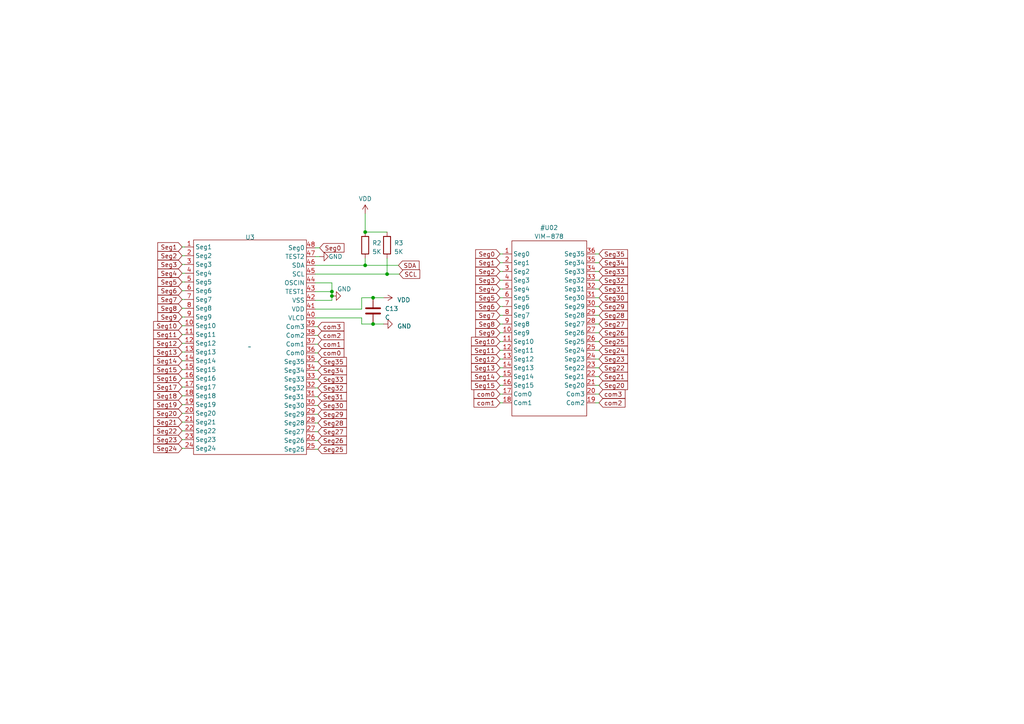
<source format=kicad_sch>
(kicad_sch (version 20230121) (generator eeschema)
  (paper "A4")
  (title_block (title "LCD connection") (date "2023-03-21") (rev "1.0"))
  (lib_symbols
    (symbol "Custom_Eric:BU91797MUF-ME2"
      (property "Reference" "U" (at 0 0 0))
      (symbol "BU91797MUF-ME2_0_1"
        (rectangle (start -16.256 30.988) (end 16.51 -31.242))
      )
      (symbol "BU91797MUF-ME2_1_1"
        (pin input line (at -18.796 28.956 0) (length 2.54) (name "Seg1") (number "1"))
        (pin input line (at -18.796 6.096 0) (length 2.54) (name "Seg10") (number "10"))
        (pin input line (at -18.796 3.556 0) (length 2.54) (name "Seg11") (number "11"))
        (pin input line (at -18.796 1.016 0) (length 2.54) (name "Seg12") (number "12"))
        (pin input line (at -18.796 -1.524 0) (length 2.54) (name "Seg13") (number "13"))
        (pin input line (at -18.796 -4.064 0) (length 2.54) (name "Seg14") (number "14"))
        (pin input line (at -18.796 -6.604 0) (length 2.54) (name "Seg15") (number "15"))
        (pin input line (at -18.796 -9.144 0) (length 2.54) (name "Seg16") (number "16"))
        (pin input line (at -18.796 -11.684 0) (length 2.54) (name "Seg17") (number "17"))
        (pin input line (at -18.796 -14.224 0) (length 2.54) (name "Seg18") (number "18"))
        (pin input line (at -18.796 -16.764 0) (length 2.54) (name "Seg19") (number "19"))
        (pin input line (at -18.796 26.416 0) (length 2.54) (name "Seg2") (number "2"))
        (pin input line (at -18.796 -19.304 0) (length 2.54) (name "Seg20") (number "20"))
        (pin input line (at -18.796 -21.844 0) (length 2.54) (name "Seg21") (number "21"))
        (pin input line (at -18.796 -24.384 0) (length 2.54) (name "Seg22") (number "22"))
        (pin input line (at -18.796 -26.924 0) (length 2.54) (name "Seg23") (number "23"))
        (pin input line (at -18.796 -29.464 0) (length 2.54) (name "Seg24") (number "24"))
        (pin input line (at 19.05 -29.718 180) (length 2.54) (name "Seg25") (number "25"))
        (pin input line (at 19.05 -27.178 180) (length 2.54) (name "Seg26") (number "26"))
        (pin input line (at 19.05 -24.638 180) (length 2.54) (name "Seg27") (number "27"))
        (pin input line (at 19.05 -22.098 180) (length 2.54) (name "Seg28") (number "28"))
        (pin input line (at 19.05 -19.558 180) (length 2.54) (name "Seg29") (number "29"))
        (pin input line (at -18.796 23.876 0) (length 2.54) (name "Seg3") (number "3"))
        (pin input line (at 19.05 -17.018 180) (length 2.54) (name "Seg30") (number "30"))
        (pin input line (at 19.05 -14.478 180) (length 2.54) (name "Seg31") (number "31"))
        (pin input line (at 19.05 -11.938 180) (length 2.54) (name "Seg32") (number "32"))
        (pin input line (at 19.05 -9.398 180) (length 2.54) (name "Seg33") (number "33"))
        (pin input line (at 19.05 -6.858 180) (length 2.54) (name "Seg34") (number "34"))
        (pin input line (at 19.05 -4.318 180) (length 2.54) (name "Seg35") (number "35"))
        (pin input line (at 19.05 -1.778 180) (length 2.54) (name "Com0") (number "36"))
        (pin input line (at 19.05 0.762 180) (length 2.54) (name "Com1") (number "37"))
        (pin input line (at 19.05 3.302 180) (length 2.54) (name "Com2") (number "38"))
        (pin input line (at 19.05 5.842 180) (length 2.54) (name "Com3") (number "39"))
        (pin input line (at -18.796 21.336 0) (length 2.54) (name "Seg4") (number "4"))
        (pin power_out line (at 19.05 8.382 180) (length 2.54) (name "VLCD") (number "40"))
        (pin power_in line (at 19.05 10.922 180) (length 2.54) (name "VDD") (number "41"))
        (pin power_in line (at 19.05 13.462 180) (length 2.54) (name "VSS") (number "42"))
        (pin input line (at 19.05 16.002 180) (length 2.54) (name "TEST1") (number "43"))
        (pin input line (at 19.05 18.542 180) (length 2.54) (name "OSCIN") (number "44"))
        (pin input line (at 19.05 21.082 180) (length 2.54) (name "SCL") (number "45"))
        (pin input line (at 19.05 23.622 180) (length 2.54) (name "SDA") (number "46"))
        (pin input line (at 19.05 26.162 180) (length 2.54) (name "TEST2") (number "47"))
        (pin input line (at 19.05 28.702 180) (length 2.54) (name "Seg0") (number "48"))
        (pin input line (at -18.796 18.796 0) (length 2.54) (name "Seg5") (number "5"))
        (pin input line (at -18.796 16.256 0) (length 2.54) (name "Seg6") (number "6"))
        (pin input line (at -18.796 13.716 0) (length 2.54) (name "Seg7") (number "7"))
        (pin input line (at -18.796 11.176 0) (length 2.54) (name "Seg8") (number "8"))
        (pin input line (at -18.796 8.636 0) (length 2.54) (name "Seg9") (number "9"))
      )
    )
    (symbol "Custom_Eric:VIM-878" (power) (in_bom no) (on_board no)
      (property "Reference" "U" (at 0 -3.048 0))
      (property "Value" "VIM-878" (at 0 0 0))
      (symbol "VIM-878_0_1"
        (rectangle (start -25.4 10.16) (end 25.4 -11.557))
      )
      (symbol "VIM-878_1_1"
        (pin input line (at -21.59 -14.224 90) (length 2.54) (name "Seg0") (number "1"))
        (pin input line (at 1.27 -14.224 90) (length 2.54) (name "Seg9") (number "10"))
        (pin input line (at 3.81 -14.224 90) (length 2.54) (name "Seg10") (number "11"))
        (pin input line (at 6.35 -14.224 90) (length 2.54) (name "Seg11") (number "12"))
        (pin input line (at 8.89 -14.224 90) (length 2.54) (name "Seg12") (number "13"))
        (pin input line (at 11.43 -14.224 90) (length 2.54) (name "Seg13") (number "14"))
        (pin input line (at 13.97 -14.224 90) (length 2.54) (name "Seg14") (number "15"))
        (pin input line (at 16.51 -14.224 90) (length 2.54) (name "Seg15") (number "16"))
        (pin input line (at 19.05 -14.224 90) (length 2.54) (name "Com0") (number "17"))
        (pin input line (at 21.59 -14.224 90) (length 2.54) (name "Com1") (number "18"))
        (pin input line (at 21.59 12.7 270) (length 2.54) (name "Com2") (number "19"))
        (pin input line (at -19.05 -14.224 90) (length 2.54) (name "Seg1") (number "2"))
        (pin input line (at 19.05 12.7 270) (length 2.54) (name "Com3") (number "20"))
        (pin input line (at 16.51 12.7 270) (length 2.54) (name "Seg20") (number "21"))
        (pin input line (at 13.97 12.7 270) (length 2.54) (name "Seg21") (number "22"))
        (pin input line (at 11.43 12.7 270) (length 2.54) (name "Seg22") (number "23"))
        (pin input line (at 8.89 12.7 270) (length 2.54) (name "Seg23") (number "24"))
        (pin input line (at 6.35 12.7 270) (length 2.54) (name "Seg24") (number "25"))
        (pin input line (at 3.81 12.7 270) (length 2.54) (name "Seg25") (number "26"))
        (pin input line (at 1.27 12.7 270) (length 2.54) (name "Seg26") (number "27"))
        (pin input line (at -1.27 12.7 270) (length 2.54) (name "Seg27") (number "28"))
        (pin input line (at -3.81 12.7 270) (length 2.54) (name "Seg28") (number "29"))
        (pin input line (at -16.51 -14.224 90) (length 2.54) (name "Seg2") (number "3"))
        (pin input line (at -6.35 12.7 270) (length 2.54) (name "Seg29") (number "30"))
        (pin input line (at -8.89 12.7 270) (length 2.54) (name "Seg30") (number "31"))
        (pin input line (at -11.43 12.7 270) (length 2.54) (name "Seg31") (number "32"))
        (pin input line (at -13.97 12.7 270) (length 2.54) (name "Seg32") (number "33"))
        (pin input line (at -16.51 12.7 270) (length 2.54) (name "Seg33") (number "34"))
        (pin input line (at -19.05 12.7 270) (length 2.54) (name "Seg34") (number "35"))
        (pin input line (at -21.59 12.7 270) (length 2.54) (name "Seg35") (number "36"))
        (pin input line (at -13.97 -14.224 90) (length 2.54) (name "Seg3") (number "4"))
        (pin input line (at -11.43 -14.224 90) (length 2.54) (name "Seg4") (number "5"))
        (pin input line (at -8.89 -14.224 90) (length 2.54) (name "Seg5") (number "6"))
        (pin input line (at -6.35 -14.224 90) (length 2.54) (name "Seg6") (number "7"))
        (pin input line (at -3.81 -14.224 90) (length 2.54) (name "Seg7") (number "8"))
        (pin input line (at -1.27 -14.224 90) (length 2.54) (name "Seg8") (number "9"))
      )
    )
    (symbol "Device:C" (pin_numbers hide) (pin_names (offset 0.254))
      (property "Reference" "C" (at 0.635 2.54 0))
      (property "Value" "C" (at 0.635 -2.54 0))
      (symbol "C_0_1"
        (polyline (pts (xy -2.032 -0.762) (xy 2.032 -0.762)) (stroke (width 0.508)))
        (polyline (pts (xy -2.032 0.762) (xy 2.032 0.762)) (stroke (width 0.508)))
      )
      (symbol "C_1_1"
        (pin passive line (at 0 3.81 270) (length 2.794) (name "~") (number "1"))
        (pin passive line (at 0 -3.81 90) (length 2.794) (name "~") (number "2"))
      )
    )
    (symbol "Device:R" (pin_numbers hide) (pin_names (offset 0))
      (property "Reference" "R" (at 2.032 0 90))
      (property "Value" "R" (at 0 0 90))
      (symbol "R_0_1"
        (rectangle (start -1.016 -2.54) (end 1.016 2.54) (stroke (width 0.254)))
      )
      (symbol "R_1_1"
        (pin passive line (at 0 3.81 270) (length 1.27) (name "~") (number "1"))
        (pin passive line (at 0 -3.81 90) (length 1.27) (name "~") (number "2"))
      )
    )
    (symbol "power:GND" (power) (pin_names (offset 0))
      (property "Value" "GND" (at 0 -3.81 0))
      (symbol "GND_0_1"
        (polyline (pts (xy 0 0) (xy 0 -1.27) (xy 1.27 -1.27) (xy 0 -2.54) (xy -1.27 -1.27) (xy 0 -1.27)))
      )
      (symbol "GND_1_1"
        (pin power_in line (at 0 0 270) (length 0) hide (name "GND") (number "1"))
      )
    )
    (symbol "power:VDD" (power) (pin_names (offset 0))
      (property "Value" "VDD" (at 0 3.81 0))
      (symbol "VDD_0_1"
        (polyline (pts (xy -0.762 1.27) (xy 0 2.54)))
        (polyline (pts (xy 0 0) (xy 0 2.54)))
        (polyline (pts (xy 0 2.54) (xy 0.762 1.27)))
      )
      (symbol "VDD_1_1"
        (pin power_in line (at 0 0 90) (length 0) hide (name "VDD") (number "1"))
      )
    )
  )
  (junction (at 108.204 86.36))
  (junction (at 105.918 67.31))
  (junction (at 96.266 85.852))
  (junction (at 96.266 84.582))
  (junction (at 108.204 93.98))
  (junction (at 112.268 79.502))
  (junction (at 105.918 76.962))
  (wire (pts (xy 172.72 91.44) (xy 173.736 91.44)))
  (wire (pts (xy 52.832 107.188) (xy 53.594 107.188)))
  (wire (pts (xy 91.44 97.282) (xy 92.202 97.282)))
  (wire (pts (xy 91.44 109.982) (xy 92.202 109.982)))
  (wire (pts (xy 91.44 89.662) (xy 104.902 89.662)))
  (wire (pts (xy 52.832 114.808) (xy 53.594 114.808)))
  (wire (pts (xy 172.72 76.2) (xy 173.736 76.2)))
  (wire (pts (xy 172.72 116.84) (xy 173.736 116.84)))
  (wire (pts (xy 172.72 114.3) (xy 173.736 114.3)))
  (wire (pts (xy 91.44 120.142) (xy 92.202 120.142)))
  (wire (pts (xy 104.902 89.662) (xy 104.902 86.36)))
  (wire (pts (xy 52.832 86.868) (xy 53.594 86.868)))
  (wire (pts (xy 112.268 74.93) (xy 112.268 79.502)))
  (wire (pts (xy 115.57 76.962) (xy 105.918 76.962)))
  (wire (pts (xy 52.832 124.968) (xy 53.594 124.968)))
  (wire (pts (xy 52.832 79.248) (xy 53.594 79.248)))
  (wire (pts (xy 145.034 76.2) (xy 145.796 76.2)))
  (wire (pts (xy 52.832 117.348) (xy 53.594 117.348)))
  (wire (pts (xy 172.72 93.98) (xy 173.736 93.98)))
  (wire (pts (xy 145.034 114.3) (xy 145.796 114.3)))
  (wire (pts (xy 91.44 112.522) (xy 92.202 112.522)))
  (wire (pts (xy 91.44 115.062) (xy 92.202 115.062)))
  (wire (pts (xy 52.832 91.948) (xy 53.594 91.948)))
  (wire (pts (xy 145.034 111.76) (xy 145.796 111.76)))
  (wire (pts (xy 91.44 107.442) (xy 92.202 107.442)))
  (wire (pts (xy 145.034 101.6) (xy 145.796 101.6)))
  (wire (pts (xy 91.44 125.222) (xy 92.202 125.222)))
  (wire (pts (xy 145.034 88.9) (xy 145.796 88.9)))
  (wire (pts (xy 172.72 81.28) (xy 173.736 81.28)))
  (wire (pts (xy 172.72 96.52) (xy 173.736 96.52)))
  (wire (pts (xy 108.204 86.36) (xy 111.252 86.36)))
  (wire (pts (xy 52.832 102.108) (xy 53.594 102.108)))
  (wire (pts (xy 52.832 94.488) (xy 53.594 94.488)))
  (wire (pts (xy 172.72 101.6) (xy 173.736 101.6)))
  (wire (pts (xy 91.44 92.202) (xy 104.902 92.202)))
  (wire (pts (xy 172.72 73.66) (xy 173.736 73.66)))
  (wire (pts (xy 172.72 86.36) (xy 173.736 86.36)))
  (wire (pts (xy 52.832 104.648) (xy 53.594 104.648)))
  (wire (pts (xy 172.72 88.9) (xy 173.736 88.9)))
  (wire (pts (xy 145.034 93.98) (xy 145.796 93.98)))
  (wire (pts (xy 96.266 82.042) (xy 96.266 84.582)))
  (wire (pts (xy 52.832 109.728) (xy 53.594 109.728)))
  (wire (pts (xy 91.44 122.682) (xy 92.202 122.682)))
  (wire (pts (xy 172.72 83.82) (xy 173.736 83.82)))
  (wire (pts (xy 145.034 109.22) (xy 145.796 109.22)))
  (wire (pts (xy 91.44 99.822) (xy 92.202 99.822)))
  (wire (pts (xy 96.266 85.852) (xy 96.266 84.582)))
  (wire (pts (xy 145.034 116.84) (xy 145.796 116.84)))
  (wire (pts (xy 145.034 99.06) (xy 145.796 99.06)))
  (wire (pts (xy 52.832 99.568) (xy 53.594 99.568)))
  (wire (pts (xy 52.832 127.508) (xy 53.594 127.508)))
  (wire (pts (xy 52.832 112.268) (xy 53.594 112.268)))
  (wire (pts (xy 104.902 93.98) (xy 108.204 93.98)))
  (wire (pts (xy 172.72 109.22) (xy 173.736 109.22)))
  (wire (pts (xy 105.918 74.93) (xy 105.918 76.962)))
  (wire (pts (xy 145.034 78.74) (xy 145.796 78.74)))
  (wire (pts (xy 91.44 84.582) (xy 96.266 84.582)))
  (wire (pts (xy 52.832 74.168) (xy 53.594 74.168)))
  (wire (pts (xy 52.832 97.028) (xy 53.594 97.028)))
  (wire (pts (xy 145.034 81.28) (xy 145.796 81.28)))
  (wire (pts (xy 52.832 122.428) (xy 53.594 122.428)))
  (wire (pts (xy 105.918 61.976) (xy 105.918 67.31)))
  (wire (pts (xy 91.44 79.502) (xy 112.268 79.502)))
  (wire (pts (xy 105.918 67.31) (xy 112.268 67.31)))
  (wire (pts (xy 91.44 94.742) (xy 92.202 94.742)))
  (wire (pts (xy 104.902 86.36) (xy 108.204 86.36)))
  (wire (pts (xy 172.72 106.68) (xy 173.736 106.68)))
  (wire (pts (xy 108.204 93.98) (xy 111.252 93.98)))
  (wire (pts (xy 52.832 81.788) (xy 53.594 81.788)))
  (wire (pts (xy 172.72 99.06) (xy 173.736 99.06)))
  (wire (pts (xy 91.44 117.602) (xy 92.202 117.602)))
  (wire (pts (xy 91.44 102.362) (xy 92.202 102.362)))
  (wire (pts (xy 52.832 84.328) (xy 53.594 84.328)))
  (wire (pts (xy 52.832 76.708) (xy 53.594 76.708)))
  (wire (pts (xy 91.44 82.042) (xy 96.266 82.042)))
  (wire (pts (xy 172.72 104.14) (xy 173.736 104.14)))
  (wire (pts (xy 91.44 130.302) (xy 92.202 130.302)))
  (wire (pts (xy 52.832 119.888) (xy 53.594 119.888)))
  (wire (pts (xy 112.268 79.502) (xy 115.824 79.502)))
  (wire (pts (xy 96.266 87.122) (xy 96.266 85.852)))
  (wire (pts (xy 145.034 83.82) (xy 145.796 83.82)))
  (wire (pts (xy 172.72 78.74) (xy 173.736 78.74)))
  (wire (pts (xy 145.034 104.14) (xy 145.796 104.14)))
  (wire (pts (xy 52.832 130.048) (xy 53.594 130.048)))
  (wire (pts (xy 172.72 111.76) (xy 173.736 111.76)))
  (wire (pts (xy 145.034 96.52) (xy 145.796 96.52)))
  (wire (pts (xy 105.918 76.962) (xy 91.44 76.962)))
  (wire (pts (xy 91.44 87.122) (xy 96.266 87.122)))
  (wire (pts (xy 145.034 106.68) (xy 145.796 106.68)))
  (wire (pts (xy 91.44 104.902) (xy 92.202 104.902)))
  (wire (pts (xy 145.034 73.66) (xy 145.796 73.66)))
  (wire (pts (xy 145.034 86.36) (xy 145.796 86.36)))
  (wire (pts (xy 52.832 89.408) (xy 53.594 89.408)))
  (wire (pts (xy 91.44 127.762) (xy 92.202 127.762)))
  (wire (pts (xy 91.44 71.882) (xy 92.71 71.882)))
  (wire (pts (xy 104.902 92.202) (xy 104.902 93.98)))
  (wire (pts (xy 52.832 71.628) (xy 53.594 71.628)))
  (wire (pts (xy 145.034 91.44) (xy 145.796 91.44)))
  (wire (pts (xy 91.44 74.422) (xy 92.71 74.422)))
  (global_label "Seg22" (shape input) (at 173.736 106.68 0) (property "Intersheetrefs" "${INTERSHEET_REFS}" (effects hide)))
  (global_label "com3" (shape input) (at 173.736 114.3 0) (property "Intersheetrefs" "${INTERSHEET_REFS}" (effects hide)))
  (global_label "Seg28" (shape input) (at 173.736 91.44 0) (property "Intersheetrefs" "${INTERSHEET_REFS}" (effects hide)))
  (global_label "Seg26" (shape input) (at 92.202 127.762 0) (property "Intersheetrefs" "${INTERSHEET_REFS}" (effects hide)))
  (global_label "Seg26" (shape input) (at 173.736 96.52 0) (property "Intersheetrefs" "${INTERSHEET_REFS}" (effects hide)))
  (global_label "Seg13" (shape input) (at 52.832 102.108 180) (property "Intersheetrefs" "${INTERSHEET_REFS}" (effects hide)))
  (global_label "Seg21" (shape input) (at 52.832 122.428 180) (property "Intersheetrefs" "${INTERSHEET_REFS}" (effects hide)))
  (global_label "Seg2" (shape input) (at 52.832 74.168 180) (property "Intersheetrefs" "${INTERSHEET_REFS}" (effects hide)))
  (global_label "Seg10" (shape input) (at 145.034 99.06 180) (property "Intersheetrefs" "${INTERSHEET_REFS}" (effects hide)))
  (global_label "SDA" (shape input) (at 115.57 76.962 0) (property "Intersheetrefs" "${INTERSHEET_REFS}" (effects hide)))
  (global_label "Seg32" (shape input) (at 173.736 81.28 0) (property "Intersheetrefs" "${INTERSHEET_REFS}" (effects hide)))
  (global_label "Seg7" (shape input) (at 52.832 86.868 180) (property "Intersheetrefs" "${INTERSHEET_REFS}" (effects hide)))
  (global_label "Seg20" (shape input) (at 52.832 119.888 180) (property "Intersheetrefs" "${INTERSHEET_REFS}" (effects hide)))
  (global_label "Seg33" (shape input) (at 173.736 78.74 0) (property "Intersheetrefs" "${INTERSHEET_REFS}" (effects hide)))
  (global_label "Seg9" (shape input) (at 52.832 91.948 180) (property "Intersheetrefs" "${INTERSHEET_REFS}" (effects hide)))
  (global_label "Seg8" (shape input) (at 52.832 89.408 180) (property "Intersheetrefs" "${INTERSHEET_REFS}" (effects hide)))
  (global_label "Seg5" (shape input) (at 52.832 81.788 180) (property "Intersheetrefs" "${INTERSHEET_REFS}" (effects hide)))
  (global_label "Seg33" (shape input) (at 92.202 109.982 0) (property "Intersheetrefs" "${INTERSHEET_REFS}" (effects hide)))
  (global_label "Seg14" (shape input) (at 52.832 104.648 180) (property "Intersheetrefs" "${INTERSHEET_REFS}" (effects hide)))
  (global_label "Seg12" (shape input) (at 52.832 99.568 180) (property "Intersheetrefs" "${INTERSHEET_REFS}" (effects hide)))
  (global_label "Seg27" (shape input) (at 173.736 93.98 0) (property "Intersheetrefs" "${INTERSHEET_REFS}" (effects hide)))
  (global_label "Seg15" (shape input) (at 52.832 107.188 180) (property "Intersheetrefs" "${INTERSHEET_REFS}" (effects hide)))
  (global_label "Seg25" (shape input) (at 173.736 99.06 0) (property "Intersheetrefs" "${INTERSHEET_REFS}" (effects hide)))
  (global_label "com0" (shape input) (at 92.202 102.362 0) (property "Intersheetrefs" "${INTERSHEET_REFS}" (effects hide)))
  (global_label "Seg35" (shape input) (at 92.202 104.902 0) (property "Intersheetrefs" "${INTERSHEET_REFS}" (effects hide)))
  (global_label "Seg35" (shape input) (at 173.736 73.66 0) (property "Intersheetrefs" "${INTERSHEET_REFS}" (effects hide)))
  (global_label "Seg18" (shape input) (at 52.832 114.808 180) (property "Intersheetrefs" "${INTERSHEET_REFS}" (effects hide)))
  (global_label "Seg0" (shape input) (at 145.034 73.66 180) (property "Intersheetrefs" "${INTERSHEET_REFS}" (effects hide)))
  (global_label "com1" (shape input) (at 92.202 99.822 0) (property "Intersheetrefs" "${INTERSHEET_REFS}" (effects hide)))
  (global_label "Seg19" (shape input) (at 52.832 117.348 180) (property "Intersheetrefs" "${INTERSHEET_REFS}" (effects hide)))
  (global_label "Seg14" (shape input) (at 145.034 109.22 180) (property "Intersheetrefs" "${INTERSHEET_REFS}" (effects hide)))
  (global_label "Seg1" (shape input) (at 52.832 71.628 180) (property "Intersheetrefs" "${INTERSHEET_REFS}" (effects hide)))
  (global_label "com2" (shape input) (at 92.202 97.282 0) (property "Intersheetrefs" "${INTERSHEET_REFS}" (effects hide)))
  (global_label "Seg27" (shape input) (at 92.202 125.222 0) (property "Intersheetrefs" "${INTERSHEET_REFS}" (effects hide)))
  (global_label "Seg30" (shape input) (at 173.736 86.36 0) (property "Intersheetrefs" "${INTERSHEET_REFS}" (effects hide)))
  (global_label "Seg29" (shape input) (at 173.736 88.9 0) (property "Intersheetrefs" "${INTERSHEET_REFS}" (effects hide)))
  (global_label "Seg8" (shape input) (at 145.034 93.98 180) (property "Intersheetrefs" "${INTERSHEET_REFS}" (effects hide)))
  (global_label "Seg11" (shape input) (at 145.034 101.6 180) (property "Intersheetrefs" "${INTERSHEET_REFS}" (effects hide)))
  (global_label "Seg3" (shape input) (at 145.034 81.28 180) (property "Intersheetrefs" "${INTERSHEET_REFS}" (effects hide)))
  (global_label "Seg25" (shape input) (at 92.202 130.302 0) (property "Intersheetrefs" "${INTERSHEET_REFS}" (effects hide)))
  (global_label "Seg28" (shape input) (at 92.202 122.682 0) (property "Intersheetrefs" "${INTERSHEET_REFS}" (effects hide)))
  (global_label "Seg6" (shape input) (at 52.832 84.328 180) (property "Intersheetrefs" "${INTERSHEET_REFS}" (effects hide)))
  (global_label "com2" (shape input) (at 173.736 116.84 0) (property "Intersheetrefs" "${INTERSHEET_REFS}" (effects hide)))
  (global_label "Seg5" (shape input) (at 145.034 86.36 180) (property "Intersheetrefs" "${INTERSHEET_REFS}" (effects hide)))
  (global_label "Seg20" (shape input) (at 173.736 111.76 0) (property "Intersheetrefs" "${INTERSHEET_REFS}" (effects hide)))
  (global_label "Seg7" (shape input) (at 145.034 91.44 180) (property "Intersheetrefs" "${INTERSHEET_REFS}" (effects hide)))
  (global_label "Seg16" (shape input) (at 52.832 109.728 180) (property "Intersheetrefs" "${INTERSHEET_REFS}" (effects hide)))
  (global_label "Seg31" (shape input) (at 173.736 83.82 0) (property "Intersheetrefs" "${INTERSHEET_REFS}" (effects hide)))
  (global_label "Seg12" (shape input) (at 145.034 104.14 180) (property "Intersheetrefs" "${INTERSHEET_REFS}" (effects hide)))
  (global_label "Seg31" (shape input) (at 92.202 115.062 0) (property "Intersheetrefs" "${INTERSHEET_REFS}" (effects hide)))
  (global_label "Seg17" (shape input) (at 52.832 112.268 180) (property "Intersheetrefs" "${INTERSHEET_REFS}" (effects hide)))
  (global_label "Seg15" (shape input) (at 145.034 111.76 180) (property "Intersheetrefs" "${INTERSHEET_REFS}" (effects hide)))
  (global_label "Seg0" (shape input) (at 92.71 71.882 0) (property "Intersheetrefs" "${INTERSHEET_REFS}" (effects hide)))
  (global_label "Seg4" (shape input) (at 145.034 83.82 180) (property "Intersheetrefs" "${INTERSHEET_REFS}" (effects hide)))
  (global_label "Seg9" (shape input) (at 145.034 96.52 180) (property "Intersheetrefs" "${INTERSHEET_REFS}" (effects hide)))
  (global_label "Seg30" (shape input) (at 92.202 117.602 0) (property "Intersheetrefs" "${INTERSHEET_REFS}" (effects hide)))
  (global_label "Seg6" (shape input) (at 145.034 88.9 180) (property "Intersheetrefs" "${INTERSHEET_REFS}" (effects hide)))
  (global_label "Seg23" (shape input) (at 52.832 127.508 180) (property "Intersheetrefs" "${INTERSHEET_REFS}" (effects hide)))
  (global_label "SCL" (shape input) (at 115.824 79.502 0) (property "Intersheetrefs" "${INTERSHEET_REFS}" (effects hide)))
  (global_label "Seg1" (shape input) (at 145.034 76.2 180) (property "Intersheetrefs" "${INTERSHEET_REFS}" (effects hide)))
  (global_label "Seg34" (shape input) (at 173.736 76.2 0) (property "Intersheetrefs" "${INTERSHEET_REFS}" (effects hide)))
  (global_label "com3" (shape input) (at 92.202 94.742 0) (property "Intersheetrefs" "${INTERSHEET_REFS}" (effects hide)))
  (global_label "com0" (shape input) (at 145.034 114.3 180) (property "Intersheetrefs" "${INTERSHEET_REFS}" (effects hide)))
  (global_label "Seg32" (shape input) (at 92.202 112.522 0) (property "Intersheetrefs" "${INTERSHEET_REFS}" (effects hide)))
  (global_label "Seg23" (shape input) (at 173.736 104.14 0) (property "Intersheetrefs" "${INTERSHEET_REFS}" (effects hide)))
  (global_label "Seg11" (shape input) (at 52.832 97.028 180) (property "Intersheetrefs" "${INTERSHEET_REFS}" (effects hide)))
  (global_label "Seg22" (shape input) (at 52.832 124.968 180) (property "Intersheetrefs" "${INTERSHEET_REFS}" (effects hide)))
  (global_label "Seg3" (shape input) (at 52.832 76.708 180) (property "Intersheetrefs" "${INTERSHEET_REFS}" (effects hide)))
  (global_label "Seg21" (shape input) (at 173.736 109.22 0) (property "Intersheetrefs" "${INTERSHEET_REFS}" (effects hide)))
  (global_label "Seg2" (shape input) (at 145.034 78.74 180) (property "Intersheetrefs" "${INTERSHEET_REFS}" (effects hide)))
  (global_label "Seg34" (shape input) (at 92.202 107.442 0) (property "Intersheetrefs" "${INTERSHEET_REFS}" (effects hide)))
  (global_label "Seg29" (shape input) (at 92.202 120.142 0) (property "Intersheetrefs" "${INTERSHEET_REFS}" (effects hide)))
  (global_label "Seg4" (shape input) (at 52.832 79.248 180) (property "Intersheetrefs" "${INTERSHEET_REFS}" (effects hide)))
  (global_label "com1" (shape input) (at 145.034 116.84 180) (property "Intersheetrefs" "${INTERSHEET_REFS}" (effects hide)))
  (global_label "Seg24" (shape input) (at 173.736 101.6 0) (property "Intersheetrefs" "${INTERSHEET_REFS}" (effects hide)))
  (global_label "Seg10" (shape input) (at 52.832 94.488 180) (property "Intersheetrefs" "${INTERSHEET_REFS}" (effects hide)))
  (global_label "Seg24" (shape input) (at 52.832 130.048 180) (property "Intersheetrefs" "${INTERSHEET_REFS}" (effects hide)))
  (global_label "Seg13" (shape input) (at 145.034 106.68 180) (property "Intersheetrefs" "${INTERSHEET_REFS}" (effects hide)))
  (symbol (lib_id "power:GND") (at 111.252 93.98 90) (unit 1)
    (property "Reference" "#PWR07" (effects hide))
    (property "Value" "GND" (at 115.189 94.615 90) (effects (justify right)))
  )
  (symbol (lib_id "power:GND") (at 96.266 85.852 90) (unit 1)
    (property "Reference" "#PWR09" (effects hide))
    (property "Value" "GND" (at 97.79 83.82 90) (effects (justify right)))
  )
  (symbol (lib_id "Device:R") (at 105.918 71.12 0) (unit 1)
    (property "Reference" "R2" (at 107.95 70.485 0) (effects (justify left)))
    (property "Value" "5K" (at 107.95 73.025 0) (effects (justify left)))
  )
  (symbol (lib_id "power:GND") (at 92.71 74.422 90) (unit 1)
    (property "Reference" "#PWR010" (effects hide))
    (property "Value" "GND" (at 95.25 74.422 90) (effects (justify right)))
  )
  (symbol (lib_id "Device:R") (at 112.268 71.12 0) (unit 1)
    (property "Reference" "R3" (at 114.3 70.485 0) (effects (justify left)))
    (property "Value" "5K" (at 114.3 73.025 0) (effects (justify left)))
  )
  (symbol (lib_id "power:VDD") (at 111.252 86.36 270) (unit 1)
    (property "Reference" "#PWR08" (effects hide))
    (property "Value" "VDD" (at 115.189 86.995 90) (effects (justify left)))
  )
  (symbol (lib_id "Device:C") (at 108.204 90.17 0) (unit 1)
    (property "Reference" "C13" (at 111.633 89.535 0) (effects (justify left)))
    (property "Value" "C" (at 111.633 92.075 0) (effects (justify left)))
  )
  (symbol (lib_id "Custom_Eric:VIM-878") (at 160.02 95.25 270) (unit 1) (in_bom no) (on_board no)
    (property "Reference" "U02" (at 159.258 66.04 90))
    (property "Value" "VIM-878" (at 159.258 68.58 90))
  )
  (symbol (lib_id "power:VDD") (at 105.918 61.976 0) (unit 1)
    (property "Reference" "#PWR011" (effects hide))
    (property "Value" "VDD" (at 105.918 57.658 0))
  )
  (symbol (lib_id "Custom_Eric:BU91797MUF-ME2") (at 72.39 100.584 0) (unit 1)
    (property "Reference" "U3" (at 72.517 68.834 0))
    (property "Value" "~" (at 72.39 100.584 0))
  )
)
</source>
